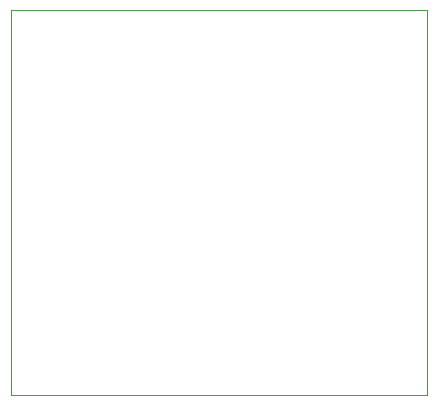
<source format=gbr>
%TF.GenerationSoftware,KiCad,Pcbnew,(6.0.8)*%
%TF.CreationDate,2023-05-25T13:10:06+01:00*%
%TF.ProjectId,BlueRetro_Universal_HW1,426c7565-5265-4747-926f-5f556e697665,rev?*%
%TF.SameCoordinates,Original*%
%TF.FileFunction,Profile,NP*%
%FSLAX46Y46*%
G04 Gerber Fmt 4.6, Leading zero omitted, Abs format (unit mm)*
G04 Created by KiCad (PCBNEW (6.0.8)) date 2023-05-25 13:10:06*
%MOMM*%
%LPD*%
G01*
G04 APERTURE LIST*
%TA.AperFunction,Profile*%
%ADD10C,0.100000*%
%TD*%
G04 APERTURE END LIST*
D10*
X131140200Y-38481000D02*
X166395400Y-38481000D01*
X166395400Y-38481000D02*
X166395400Y-71043800D01*
X166395400Y-71043800D02*
X131140200Y-71043800D01*
X131140200Y-71043800D02*
X131140200Y-38481000D01*
M02*

</source>
